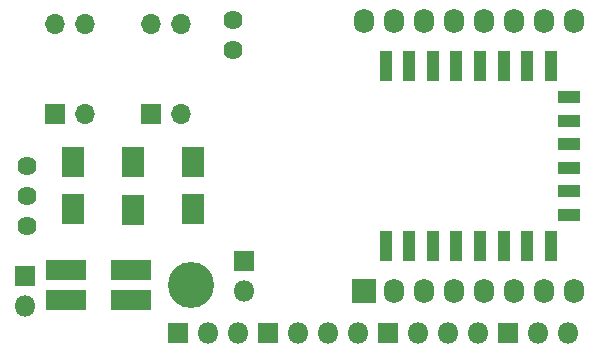
<source format=gbr>
%TF.GenerationSoftware,KiCad,Pcbnew,5.1.6-c6e7f7d~87~ubuntu18.04.1*%
%TF.CreationDate,2020-09-18T00:52:06+02:00*%
%TF.ProjectId,airpcb_smd,61697270-6362-45f7-936d-642e6b696361,rev?*%
%TF.SameCoordinates,Original*%
%TF.FileFunction,Soldermask,Top*%
%TF.FilePolarity,Negative*%
%FSLAX46Y46*%
G04 Gerber Fmt 4.6, Leading zero omitted, Abs format (unit mm)*
G04 Created by KiCad (PCBNEW 5.1.6-c6e7f7d~87~ubuntu18.04.1) date 2020-09-18 00:52:06*
%MOMM*%
%LPD*%
G01*
G04 APERTURE LIST*
%ADD10C,3.900000*%
%ADD11C,1.624000*%
%ADD12O,1.700000X2.100000*%
%ADD13R,2.100000X2.100000*%
%ADD14R,1.100000X2.600000*%
%ADD15R,1.900000X1.100000*%
%ADD16R,1.900000X2.600000*%
%ADD17R,1.800000X1.800000*%
%ADD18O,1.800000X1.800000*%
%ADD19R,1.700000X1.700000*%
%ADD20O,1.700000X1.700000*%
%ADD21R,3.400000X1.800000*%
G04 APERTURE END LIST*
D10*
%TO.C,M1*%
X66675000Y-38100000D03*
%TD*%
D11*
%TO.C,J11*%
X70198000Y-18194000D03*
X70198000Y-15654000D03*
X52738000Y-28034000D03*
X52738000Y-30574000D03*
X52738000Y-33114000D03*
%TD*%
D12*
%TO.C,U3*%
X81280000Y-15748000D03*
X83820000Y-15748000D03*
X86360000Y-15748000D03*
X88900000Y-15748000D03*
X91440000Y-15748000D03*
X93980000Y-15748000D03*
X96520000Y-15748000D03*
X99060000Y-15748000D03*
X99060000Y-38608000D03*
X96520000Y-38608000D03*
X93980000Y-38608000D03*
X91440000Y-38608000D03*
X88900000Y-38608000D03*
X86360000Y-38608000D03*
D13*
X81280000Y-38608000D03*
D12*
X83820000Y-38608000D03*
%TD*%
D14*
%TO.C,U4*%
X83114000Y-19578000D03*
X85114000Y-19578000D03*
X87114000Y-19578000D03*
X89114000Y-19578000D03*
X91114000Y-19578000D03*
X93114000Y-19578000D03*
X95114000Y-19578000D03*
X97114000Y-19578000D03*
D15*
X98614000Y-22178000D03*
X98614000Y-24178000D03*
X98614000Y-26178000D03*
X98614000Y-28178000D03*
X98614000Y-30178000D03*
X98614000Y-32178000D03*
D14*
X97114000Y-34778000D03*
X95114000Y-34778000D03*
X93114000Y-34778000D03*
X91114000Y-34778000D03*
X89114000Y-34778000D03*
X87114000Y-34778000D03*
X85114000Y-34778000D03*
X83114000Y-34778000D03*
%TD*%
D16*
%TO.C,D2*%
X56642000Y-31686000D03*
X56642000Y-27686000D03*
%TD*%
%TO.C,D4*%
X61722000Y-27718000D03*
X61722000Y-31718000D03*
%TD*%
%TO.C,D5*%
X66802000Y-27686000D03*
X66802000Y-31686000D03*
%TD*%
D17*
%TO.C,J1*%
X83312000Y-42164000D03*
D18*
X85852000Y-42164000D03*
X88392000Y-42164000D03*
X90932000Y-42164000D03*
%TD*%
%TO.C,J2*%
X80772000Y-42164000D03*
X78232000Y-42164000D03*
X75692000Y-42164000D03*
D17*
X73152000Y-42164000D03*
%TD*%
%TO.C,J3*%
X71120000Y-36068000D03*
D18*
X71120000Y-38608000D03*
%TD*%
%TO.C,J4*%
X52578000Y-39878000D03*
D17*
X52578000Y-37338000D03*
%TD*%
%TO.C,J7*%
X93472000Y-42164000D03*
D18*
X96012000Y-42164000D03*
X98552000Y-42164000D03*
%TD*%
%TO.C,J8*%
X70612000Y-42164000D03*
X68072000Y-42164000D03*
D17*
X65532000Y-42164000D03*
%TD*%
D19*
%TO.C,U1*%
X55118000Y-23622000D03*
D20*
X57658000Y-16002000D03*
X57658000Y-23622000D03*
X55118000Y-16002000D03*
%TD*%
%TO.C,U2*%
X63246000Y-16002000D03*
X65786000Y-23622000D03*
X65786000Y-16002000D03*
D19*
X63246000Y-23622000D03*
%TD*%
D21*
%TO.C,D1*%
X56095000Y-36830000D03*
X61595000Y-36830000D03*
%TD*%
%TO.C,D3*%
X61595000Y-39370000D03*
X56095000Y-39370000D03*
%TD*%
M02*

</source>
